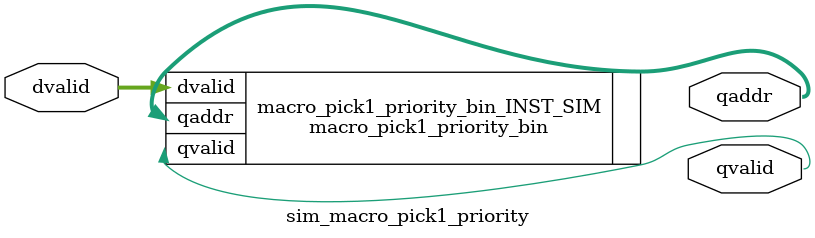
<source format=v>


module sim_macro_pick1_priority (
    input   wire [31:0]         dvalid,
    output  wire [4:0]          qaddr,
    output  wire                qvalid
);

    macro_pick1_priority_bin #(
        .INPUT_COUNT(32)
    ) macro_pick1_priority_bin_INST_SIM (
        .dvalid (dvalid),
        .qaddr  (qaddr),
        .qvalid (qvalid)
    );

endmodule

</source>
